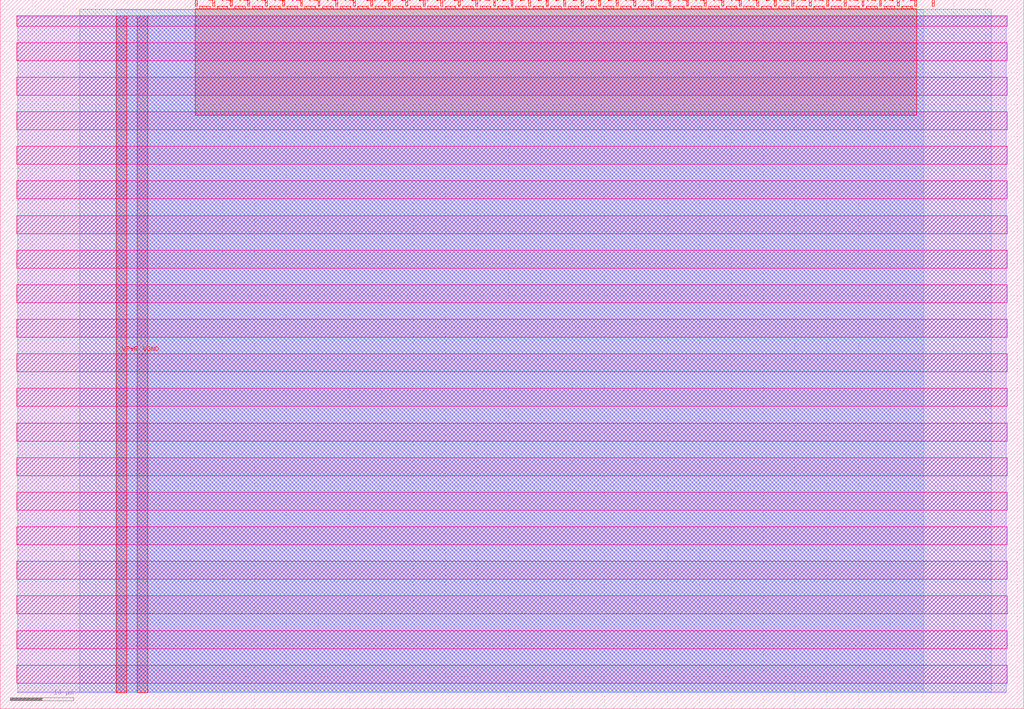
<source format=lef>
VERSION 5.7 ;
  NOWIREEXTENSIONATPIN ON ;
  DIVIDERCHAR "/" ;
  BUSBITCHARS "[]" ;
MACRO tt_um_benpayne_ps2_decoder
  CLASS BLOCK ;
  FOREIGN tt_um_benpayne_ps2_decoder ;
  ORIGIN 0.000 0.000 ;
  SIZE 161.000 BY 111.520 ;
  PIN VGND
    DIRECTION INOUT ;
    USE GROUND ;
    PORT
      LAYER met4 ;
        RECT 21.580 2.480 23.180 109.040 ;
    END
  END VGND
  PIN VPWR
    DIRECTION INOUT ;
    USE POWER ;
    PORT
      LAYER met4 ;
        RECT 18.280 2.480 19.880 109.040 ;
    END
  END VPWR
  PIN clk
    DIRECTION INPUT ;
    USE SIGNAL ;
    ANTENNAGATEAREA 0.852000 ;
    PORT
      LAYER met4 ;
        RECT 143.830 110.520 144.130 111.520 ;
    END
  END clk
  PIN ena
    DIRECTION INPUT ;
    USE SIGNAL ;
    PORT
      LAYER met4 ;
        RECT 146.590 110.520 146.890 111.520 ;
    END
  END ena
  PIN rst_n
    DIRECTION INPUT ;
    USE SIGNAL ;
    ANTENNAGATEAREA 0.126000 ;
    PORT
      LAYER met4 ;
        RECT 141.070 110.520 141.370 111.520 ;
    END
  END rst_n
  PIN ui_in[0]
    DIRECTION INPUT ;
    USE SIGNAL ;
    ANTENNAGATEAREA 0.213000 ;
    PORT
      LAYER met4 ;
        RECT 138.310 110.520 138.610 111.520 ;
    END
  END ui_in[0]
  PIN ui_in[1]
    DIRECTION INPUT ;
    USE SIGNAL ;
    ANTENNAGATEAREA 0.213000 ;
    PORT
      LAYER met4 ;
        RECT 135.550 110.520 135.850 111.520 ;
    END
  END ui_in[1]
  PIN ui_in[2]
    DIRECTION INPUT ;
    USE SIGNAL ;
    ANTENNAGATEAREA 0.196500 ;
    PORT
      LAYER met4 ;
        RECT 132.790 110.520 133.090 111.520 ;
    END
  END ui_in[2]
  PIN ui_in[3]
    DIRECTION INPUT ;
    USE SIGNAL ;
    ANTENNAGATEAREA 0.213000 ;
    PORT
      LAYER met4 ;
        RECT 130.030 110.520 130.330 111.520 ;
    END
  END ui_in[3]
  PIN ui_in[4]
    DIRECTION INPUT ;
    USE SIGNAL ;
    PORT
      LAYER met4 ;
        RECT 127.270 110.520 127.570 111.520 ;
    END
  END ui_in[4]
  PIN ui_in[5]
    DIRECTION INPUT ;
    USE SIGNAL ;
    PORT
      LAYER met4 ;
        RECT 124.510 110.520 124.810 111.520 ;
    END
  END ui_in[5]
  PIN ui_in[6]
    DIRECTION INPUT ;
    USE SIGNAL ;
    PORT
      LAYER met4 ;
        RECT 121.750 110.520 122.050 111.520 ;
    END
  END ui_in[6]
  PIN ui_in[7]
    DIRECTION INPUT ;
    USE SIGNAL ;
    PORT
      LAYER met4 ;
        RECT 118.990 110.520 119.290 111.520 ;
    END
  END ui_in[7]
  PIN uio_in[0]
    DIRECTION INPUT ;
    USE SIGNAL ;
    PORT
      LAYER met4 ;
        RECT 116.230 110.520 116.530 111.520 ;
    END
  END uio_in[0]
  PIN uio_in[1]
    DIRECTION INPUT ;
    USE SIGNAL ;
    PORT
      LAYER met4 ;
        RECT 113.470 110.520 113.770 111.520 ;
    END
  END uio_in[1]
  PIN uio_in[2]
    DIRECTION INPUT ;
    USE SIGNAL ;
    PORT
      LAYER met4 ;
        RECT 110.710 110.520 111.010 111.520 ;
    END
  END uio_in[2]
  PIN uio_in[3]
    DIRECTION INPUT ;
    USE SIGNAL ;
    PORT
      LAYER met4 ;
        RECT 107.950 110.520 108.250 111.520 ;
    END
  END uio_in[3]
  PIN uio_in[4]
    DIRECTION INPUT ;
    USE SIGNAL ;
    PORT
      LAYER met4 ;
        RECT 105.190 110.520 105.490 111.520 ;
    END
  END uio_in[4]
  PIN uio_in[5]
    DIRECTION INPUT ;
    USE SIGNAL ;
    PORT
      LAYER met4 ;
        RECT 102.430 110.520 102.730 111.520 ;
    END
  END uio_in[5]
  PIN uio_in[6]
    DIRECTION INPUT ;
    USE SIGNAL ;
    PORT
      LAYER met4 ;
        RECT 99.670 110.520 99.970 111.520 ;
    END
  END uio_in[6]
  PIN uio_in[7]
    DIRECTION INPUT ;
    USE SIGNAL ;
    PORT
      LAYER met4 ;
        RECT 96.910 110.520 97.210 111.520 ;
    END
  END uio_in[7]
  PIN uio_oe[0]
    DIRECTION OUTPUT ;
    USE SIGNAL ;
    ANTENNADIFFAREA 0.445500 ;
    PORT
      LAYER met4 ;
        RECT 49.990 110.520 50.290 111.520 ;
    END
  END uio_oe[0]
  PIN uio_oe[1]
    DIRECTION OUTPUT ;
    USE SIGNAL ;
    ANTENNADIFFAREA 0.445500 ;
    PORT
      LAYER met4 ;
        RECT 47.230 110.520 47.530 111.520 ;
    END
  END uio_oe[1]
  PIN uio_oe[2]
    DIRECTION OUTPUT ;
    USE SIGNAL ;
    ANTENNADIFFAREA 0.445500 ;
    PORT
      LAYER met4 ;
        RECT 44.470 110.520 44.770 111.520 ;
    END
  END uio_oe[2]
  PIN uio_oe[3]
    DIRECTION OUTPUT ;
    USE SIGNAL ;
    ANTENNADIFFAREA 0.445500 ;
    PORT
      LAYER met4 ;
        RECT 41.710 110.520 42.010 111.520 ;
    END
  END uio_oe[3]
  PIN uio_oe[4]
    DIRECTION OUTPUT ;
    USE SIGNAL ;
    ANTENNADIFFAREA 0.445500 ;
    PORT
      LAYER met4 ;
        RECT 38.950 110.520 39.250 111.520 ;
    END
  END uio_oe[4]
  PIN uio_oe[5]
    DIRECTION OUTPUT ;
    USE SIGNAL ;
    ANTENNADIFFAREA 0.445500 ;
    PORT
      LAYER met4 ;
        RECT 36.190 110.520 36.490 111.520 ;
    END
  END uio_oe[5]
  PIN uio_oe[6]
    DIRECTION OUTPUT ;
    USE SIGNAL ;
    ANTENNADIFFAREA 0.445500 ;
    PORT
      LAYER met4 ;
        RECT 33.430 110.520 33.730 111.520 ;
    END
  END uio_oe[6]
  PIN uio_oe[7]
    DIRECTION OUTPUT ;
    USE SIGNAL ;
    ANTENNADIFFAREA 0.445500 ;
    PORT
      LAYER met4 ;
        RECT 30.670 110.520 30.970 111.520 ;
    END
  END uio_oe[7]
  PIN uio_out[0]
    DIRECTION OUTPUT ;
    USE SIGNAL ;
    ANTENNAGATEAREA 0.126000 ;
    ANTENNADIFFAREA 0.891000 ;
    PORT
      LAYER met4 ;
        RECT 72.070 110.520 72.370 111.520 ;
    END
  END uio_out[0]
  PIN uio_out[1]
    DIRECTION OUTPUT ;
    USE SIGNAL ;
    ANTENNAGATEAREA 0.126000 ;
    ANTENNADIFFAREA 0.891000 ;
    PORT
      LAYER met4 ;
        RECT 69.310 110.520 69.610 111.520 ;
    END
  END uio_out[1]
  PIN uio_out[2]
    DIRECTION OUTPUT ;
    USE SIGNAL ;
    ANTENNAGATEAREA 0.126000 ;
    ANTENNADIFFAREA 0.891000 ;
    PORT
      LAYER met4 ;
        RECT 66.550 110.520 66.850 111.520 ;
    END
  END uio_out[2]
  PIN uio_out[3]
    DIRECTION OUTPUT ;
    USE SIGNAL ;
    ANTENNAGATEAREA 0.126000 ;
    ANTENNADIFFAREA 0.891000 ;
    PORT
      LAYER met4 ;
        RECT 63.790 110.520 64.090 111.520 ;
    END
  END uio_out[3]
  PIN uio_out[4]
    DIRECTION OUTPUT ;
    USE SIGNAL ;
    ANTENNAGATEAREA 0.126000 ;
    ANTENNADIFFAREA 0.891000 ;
    PORT
      LAYER met4 ;
        RECT 61.030 110.520 61.330 111.520 ;
    END
  END uio_out[4]
  PIN uio_out[5]
    DIRECTION OUTPUT ;
    USE SIGNAL ;
    ANTENNAGATEAREA 0.126000 ;
    ANTENNADIFFAREA 0.891000 ;
    PORT
      LAYER met4 ;
        RECT 58.270 110.520 58.570 111.520 ;
    END
  END uio_out[5]
  PIN uio_out[6]
    DIRECTION OUTPUT ;
    USE SIGNAL ;
    ANTENNAGATEAREA 0.126000 ;
    ANTENNADIFFAREA 0.891000 ;
    PORT
      LAYER met4 ;
        RECT 55.510 110.520 55.810 111.520 ;
    END
  END uio_out[6]
  PIN uio_out[7]
    DIRECTION OUTPUT ;
    USE SIGNAL ;
    ANTENNAGATEAREA 0.126000 ;
    ANTENNADIFFAREA 0.891000 ;
    PORT
      LAYER met4 ;
        RECT 52.750 110.520 53.050 111.520 ;
    END
  END uio_out[7]
  PIN uo_out[0]
    DIRECTION OUTPUT ;
    USE SIGNAL ;
    ANTENNADIFFAREA 0.445500 ;
    PORT
      LAYER met4 ;
        RECT 94.150 110.520 94.450 111.520 ;
    END
  END uo_out[0]
  PIN uo_out[1]
    DIRECTION OUTPUT ;
    USE SIGNAL ;
    ANTENNADIFFAREA 0.445500 ;
    PORT
      LAYER met4 ;
        RECT 91.390 110.520 91.690 111.520 ;
    END
  END uo_out[1]
  PIN uo_out[2]
    DIRECTION OUTPUT ;
    USE SIGNAL ;
    ANTENNADIFFAREA 0.891000 ;
    PORT
      LAYER met4 ;
        RECT 88.630 110.520 88.930 111.520 ;
    END
  END uo_out[2]
  PIN uo_out[3]
    DIRECTION OUTPUT ;
    USE SIGNAL ;
    ANTENNADIFFAREA 0.445500 ;
    PORT
      LAYER met4 ;
        RECT 85.870 110.520 86.170 111.520 ;
    END
  END uo_out[3]
  PIN uo_out[4]
    DIRECTION OUTPUT ;
    USE SIGNAL ;
    ANTENNADIFFAREA 0.445500 ;
    PORT
      LAYER met4 ;
        RECT 83.110 110.520 83.410 111.520 ;
    END
  END uo_out[4]
  PIN uo_out[5]
    DIRECTION OUTPUT ;
    USE SIGNAL ;
    ANTENNADIFFAREA 0.445500 ;
    PORT
      LAYER met4 ;
        RECT 80.350 110.520 80.650 111.520 ;
    END
  END uo_out[5]
  PIN uo_out[6]
    DIRECTION OUTPUT ;
    USE SIGNAL ;
    ANTENNADIFFAREA 0.445500 ;
    PORT
      LAYER met4 ;
        RECT 77.590 110.520 77.890 111.520 ;
    END
  END uo_out[6]
  PIN uo_out[7]
    DIRECTION OUTPUT ;
    USE SIGNAL ;
    ANTENNADIFFAREA 0.445500 ;
    PORT
      LAYER met4 ;
        RECT 74.830 110.520 75.130 111.520 ;
    END
  END uo_out[7]
  OBS
      LAYER nwell ;
        RECT 2.570 107.385 158.430 108.990 ;
        RECT 2.570 101.945 158.430 104.775 ;
        RECT 2.570 96.505 158.430 99.335 ;
        RECT 2.570 91.065 158.430 93.895 ;
        RECT 2.570 85.625 158.430 88.455 ;
        RECT 2.570 80.185 158.430 83.015 ;
        RECT 2.570 74.745 158.430 77.575 ;
        RECT 2.570 69.305 158.430 72.135 ;
        RECT 2.570 63.865 158.430 66.695 ;
        RECT 2.570 58.425 158.430 61.255 ;
        RECT 2.570 52.985 158.430 55.815 ;
        RECT 2.570 47.545 158.430 50.375 ;
        RECT 2.570 42.105 158.430 44.935 ;
        RECT 2.570 36.665 158.430 39.495 ;
        RECT 2.570 31.225 158.430 34.055 ;
        RECT 2.570 25.785 158.430 28.615 ;
        RECT 2.570 20.345 158.430 23.175 ;
        RECT 2.570 14.905 158.430 17.735 ;
        RECT 2.570 9.465 158.430 12.295 ;
        RECT 2.570 4.025 158.430 6.855 ;
      LAYER li1 ;
        RECT 2.760 2.635 158.240 108.885 ;
      LAYER met1 ;
        RECT 2.760 2.480 158.240 109.040 ;
      LAYER met2 ;
        RECT 12.520 2.535 155.840 110.005 ;
      LAYER met3 ;
        RECT 18.290 2.555 145.295 109.985 ;
      LAYER met4 ;
        RECT 31.370 110.120 33.030 110.520 ;
        RECT 34.130 110.120 35.790 110.520 ;
        RECT 36.890 110.120 38.550 110.520 ;
        RECT 39.650 110.120 41.310 110.520 ;
        RECT 42.410 110.120 44.070 110.520 ;
        RECT 45.170 110.120 46.830 110.520 ;
        RECT 47.930 110.120 49.590 110.520 ;
        RECT 50.690 110.120 52.350 110.520 ;
        RECT 53.450 110.120 55.110 110.520 ;
        RECT 56.210 110.120 57.870 110.520 ;
        RECT 58.970 110.120 60.630 110.520 ;
        RECT 61.730 110.120 63.390 110.520 ;
        RECT 64.490 110.120 66.150 110.520 ;
        RECT 67.250 110.120 68.910 110.520 ;
        RECT 70.010 110.120 71.670 110.520 ;
        RECT 72.770 110.120 74.430 110.520 ;
        RECT 75.530 110.120 77.190 110.520 ;
        RECT 78.290 110.120 79.950 110.520 ;
        RECT 81.050 110.120 82.710 110.520 ;
        RECT 83.810 110.120 85.470 110.520 ;
        RECT 86.570 110.120 88.230 110.520 ;
        RECT 89.330 110.120 90.990 110.520 ;
        RECT 92.090 110.120 93.750 110.520 ;
        RECT 94.850 110.120 96.510 110.520 ;
        RECT 97.610 110.120 99.270 110.520 ;
        RECT 100.370 110.120 102.030 110.520 ;
        RECT 103.130 110.120 104.790 110.520 ;
        RECT 105.890 110.120 107.550 110.520 ;
        RECT 108.650 110.120 110.310 110.520 ;
        RECT 111.410 110.120 113.070 110.520 ;
        RECT 114.170 110.120 115.830 110.520 ;
        RECT 116.930 110.120 118.590 110.520 ;
        RECT 119.690 110.120 121.350 110.520 ;
        RECT 122.450 110.120 124.110 110.520 ;
        RECT 125.210 110.120 126.870 110.520 ;
        RECT 127.970 110.120 129.630 110.520 ;
        RECT 130.730 110.120 132.390 110.520 ;
        RECT 133.490 110.120 135.150 110.520 ;
        RECT 136.250 110.120 137.910 110.520 ;
        RECT 139.010 110.120 140.670 110.520 ;
        RECT 141.770 110.120 143.430 110.520 ;
        RECT 30.655 93.335 144.145 110.120 ;
  END
END tt_um_benpayne_ps2_decoder
END LIBRARY


</source>
